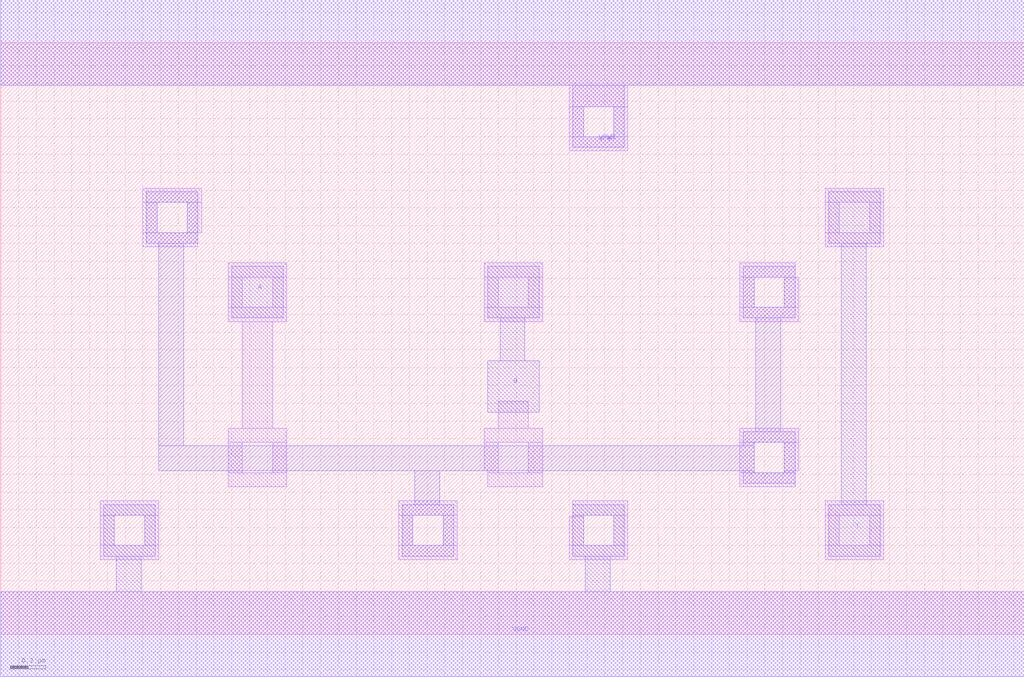
<source format=lef>
VERSION 5.7 ;
  NOWIREEXTENSIONATPIN ON ;
  DIVIDERCHAR "/" ;
  BUSBITCHARS "[]" ;
MACRO OR2X1
  CLASS CORE ;
  FOREIGN OR2X1 ;
  ORIGIN 0.000 0.000 ;
  SIZE 5.760 BY 3.330 ;
  SYMMETRY X Y R90 ;
  SITE unit ;
  PIN VPWR
    DIRECTION INOUT ;
    USE POWER ;
    SHAPE ABUTMENT ;
    PORT
      LAYER met1 ;
        RECT 0.000 3.090 5.760 3.570 ;
        RECT 3.220 2.970 3.510 3.090 ;
        RECT 3.220 2.800 3.280 2.970 ;
        RECT 3.450 2.800 3.510 2.970 ;
        RECT 3.220 2.740 3.510 2.800 ;
    END
    PORT
      LAYER li1 ;
        RECT 0.000 3.090 5.760 3.570 ;
        RECT 3.200 2.970 3.530 3.090 ;
        RECT 3.200 2.800 3.280 2.970 ;
        RECT 3.450 2.800 3.530 2.970 ;
        RECT 3.200 2.720 3.530 2.800 ;
    END
  END VPWR
  PIN VGND
    DIRECTION INOUT ;
    USE GROUND ;
    SHAPE ABUTMENT ;
    PORT
      LAYER met1 ;
        RECT 0.580 0.670 0.870 0.730 ;
        RECT 0.580 0.500 0.640 0.670 ;
        RECT 0.810 0.500 0.870 0.670 ;
        RECT 0.580 0.440 0.870 0.500 ;
        RECT 3.220 0.670 3.510 0.730 ;
        RECT 3.220 0.500 3.280 0.670 ;
        RECT 3.450 0.500 3.510 0.670 ;
        RECT 3.220 0.440 3.510 0.500 ;
        RECT 0.650 0.240 0.790 0.440 ;
        RECT 3.290 0.240 3.430 0.440 ;
        RECT 0.000 -0.240 5.760 0.240 ;
    END
    PORT
      LAYER li1 ;
        RECT 0.000 -0.240 5.760 0.240 ;
    END
  END VGND
  PIN Y
    DIRECTION INOUT ;
    USE SIGNAL ;
    SHAPE ABUTMENT ;
    PORT
      LAYER met1 ;
        RECT 4.660 2.200 4.950 2.490 ;
        RECT 4.730 0.730 4.870 2.200 ;
        RECT 4.660 0.440 4.950 0.730 ;
    END
  END Y
  PIN B
    DIRECTION INOUT ;
    USE SIGNAL ;
    SHAPE ABUTMENT ;
    PORT
      LAYER met1 ;
        RECT 2.740 1.780 3.030 2.070 ;
        RECT 2.810 1.540 2.950 1.780 ;
        RECT 2.740 1.250 3.030 1.540 ;
    END
  END B
  PIN A
    DIRECTION INOUT ;
    USE SIGNAL ;
    SHAPE ABUTMENT ;
    PORT
      LAYER met1 ;
        RECT 1.300 1.780 1.590 2.070 ;
    END
  END A
  OBS
      LAYER li1 ;
        RECT 0.800 2.430 1.130 2.510 ;
        RECT 0.800 2.260 0.880 2.430 ;
        RECT 1.050 2.260 1.130 2.430 ;
        RECT 4.640 2.430 4.970 2.510 ;
        RECT 4.640 2.260 4.720 2.430 ;
        RECT 4.890 2.260 4.970 2.430 ;
        RECT 0.800 2.180 1.110 2.260 ;
        RECT 4.640 2.180 4.970 2.260 ;
        RECT 1.280 2.010 1.610 2.090 ;
        RECT 1.280 1.840 1.360 2.010 ;
        RECT 1.530 1.840 1.610 2.010 ;
        RECT 1.280 1.760 1.610 1.840 ;
        RECT 2.720 2.010 3.050 2.090 ;
        RECT 2.720 1.840 2.800 2.010 ;
        RECT 2.970 1.840 3.050 2.010 ;
        RECT 2.720 1.760 3.050 1.840 ;
        RECT 4.160 2.010 4.470 2.090 ;
        RECT 4.160 1.840 4.240 2.010 ;
        RECT 4.410 1.840 4.490 2.010 ;
        RECT 4.160 1.760 4.490 1.840 ;
        RECT 1.360 1.160 1.530 1.760 ;
        RECT 2.800 1.160 2.970 1.310 ;
        RECT 1.280 1.080 1.610 1.160 ;
        RECT 1.280 0.910 1.360 1.080 ;
        RECT 1.530 0.910 1.610 1.080 ;
        RECT 2.720 1.080 3.050 1.160 ;
        RECT 2.720 0.920 2.800 1.080 ;
        RECT 1.280 0.830 1.610 0.910 ;
        RECT 2.740 0.910 2.800 0.920 ;
        RECT 2.970 0.910 3.050 1.080 ;
        RECT 2.740 0.830 3.050 0.910 ;
        RECT 4.160 1.080 4.490 1.160 ;
        RECT 4.160 0.910 4.240 1.080 ;
        RECT 4.410 0.920 4.490 1.080 ;
        RECT 4.410 0.910 4.470 0.920 ;
        RECT 4.160 0.830 4.470 0.910 ;
        RECT 0.560 0.670 0.890 0.750 ;
        RECT 0.560 0.500 0.640 0.670 ;
        RECT 0.810 0.500 0.890 0.670 ;
        RECT 0.560 0.420 0.890 0.500 ;
        RECT 2.240 0.670 2.570 0.750 ;
        RECT 2.240 0.500 2.320 0.670 ;
        RECT 2.490 0.500 2.570 0.670 ;
        RECT 3.220 0.670 3.530 0.750 ;
        RECT 3.220 0.660 3.280 0.670 ;
        RECT 2.240 0.420 2.570 0.500 ;
        RECT 3.200 0.500 3.280 0.660 ;
        RECT 3.450 0.500 3.530 0.670 ;
        RECT 3.200 0.420 3.530 0.500 ;
        RECT 4.640 0.670 4.970 0.750 ;
        RECT 4.640 0.500 4.720 0.670 ;
        RECT 4.890 0.500 4.970 0.670 ;
        RECT 4.640 0.420 4.970 0.500 ;
      LAYER met1 ;
        RECT 0.820 2.430 1.110 2.490 ;
        RECT 0.820 2.260 0.880 2.430 ;
        RECT 1.050 2.260 1.110 2.430 ;
        RECT 0.820 2.200 1.110 2.260 ;
        RECT 0.890 1.060 1.030 2.200 ;
        RECT 4.180 2.010 4.470 2.070 ;
        RECT 4.180 1.840 4.240 2.010 ;
        RECT 4.410 1.840 4.470 2.010 ;
        RECT 4.180 1.780 4.470 1.840 ;
        RECT 4.250 1.140 4.390 1.780 ;
        RECT 4.180 1.080 4.470 1.140 ;
        RECT 4.180 1.060 4.240 1.080 ;
        RECT 0.890 0.920 4.240 1.060 ;
        RECT 2.330 0.730 2.470 0.920 ;
        RECT 4.180 0.910 4.240 0.920 ;
        RECT 4.410 0.910 4.470 1.080 ;
        RECT 4.180 0.850 4.470 0.910 ;
        RECT 2.260 0.670 2.550 0.730 ;
        RECT 2.260 0.500 2.320 0.670 ;
        RECT 2.490 0.500 2.550 0.670 ;
        RECT 2.260 0.440 2.550 0.500 ;
  END
END OR2X1
END LIBRARY


</source>
